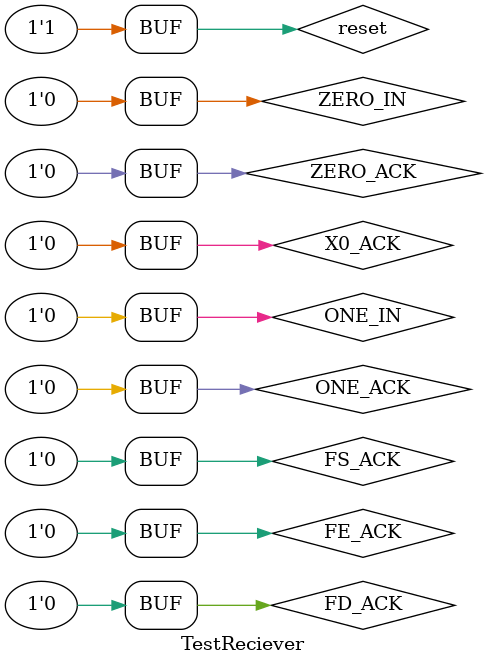
<source format=v>
`timescale 1ns / 1ps


module TestReciever;

	// Inputs
	reg reset;
	reg ZERO_IN;
	reg ONE_IN;
	reg ONE_ACK;
	reg ZERO_ACK;
	reg FS_ACK;
	reg FE_ACK;
	reg X0_ACK;
	reg FD_ACK;

	// Outputs
	wire ACK;
	wire Fs;
	wire Fe;
	wire Fd;
	wire X0;
	wire ZERO_OUT;
	wire ONE_OUT;
	wire A;
	wire B;
	wire C;
	wire D;
	wire E;

	// Instantiate the Unit Under Test (UUT)
	Reciever uut (
		.reset(reset), 
		.ZERO_IN(ZERO_IN), 
		.ONE_IN(ONE_IN), 
		.ONE_ACK(ONE_ACK), 
		.ZERO_ACK(ZERO_ACK), 
		.FS_ACK(FS_ACK), 
		.FE_ACK(FE_ACK), 
		.X0_ACK(X0_ACK), 
		.FD_ACK(FD_ACK), 
		.ACK(ACK), 
		.Fs(Fs), 
		.Fe(Fe), 
		.Fd(Fd), 
		.X0(X0), 
		.ZERO_OUT(ZERO_OUT), 
		.ONE_OUT(ONE_OUT), 
		.A(A), 
		.B(B), 
		.C(C), 
		.D(D), 
		.E(E)
	);

	initial begin
		// Initialize Inputs
		reset = 0;
		ZERO_IN = 0;
		ONE_IN = 0;
		ONE_ACK = 0;
		ZERO_ACK = 0;
		FS_ACK = 0;
		FE_ACK = 0;
		X0_ACK = 0;
		FD_ACK = 0;

		// Wait 100 ns for global reset to finish
		#100;
      reset = 1;
		
		
		ZERO_IN = 1;
		#100;
		ZERO_IN = 0;
		#100;
		ZERO_ACK = 1;
		#100;
		ZERO_ACK = 0;
		#200;
		
		
		
		ZERO_IN = 1;
		#100;
		ONE_IN = 1;
		#100;
		ONE_IN = 0;
		#100;
	   ZERO_IN = 0;
		#100;
		FS_ACK = 1;
		#100;
		FS_ACK =0; 
		#200;
		
		
		ZERO_IN = 1;
		#100;
		ONE_IN = 1;
		#100;
		ZERO_IN = 0;
		#100;
		ONE_IN = 0;
		#100;
		X0_ACK = 1;
		#100;
		X0_ACK = 0;
		#200;
		
		
		
		ONE_IN = 1;
		#100;
		ZERO_IN = 1;
		#100;
		ONE_IN = 0;
		#100;
		ZERO_IN = 0;
		#100;
		FE_ACK = 1;
		#100;
		FE_ACK = 0;
		#200;
		
		ONE_IN = 1;
		#100;
		ZERO_IN = 1;
		#100;
		ZERO_IN = 0;
		#100;
		ONE_IN = 0;
		#100;
		FD_ACK = 1;
		#100;
		FD_ACK = 0;
		#200;
		
		ONE_IN = 1;
		#100;
		ONE_IN = 0;
		#100;
		ONE_ACK = 1;
		#100;
		ONE_ACK = 0;
	end
      
endmodule


</source>
